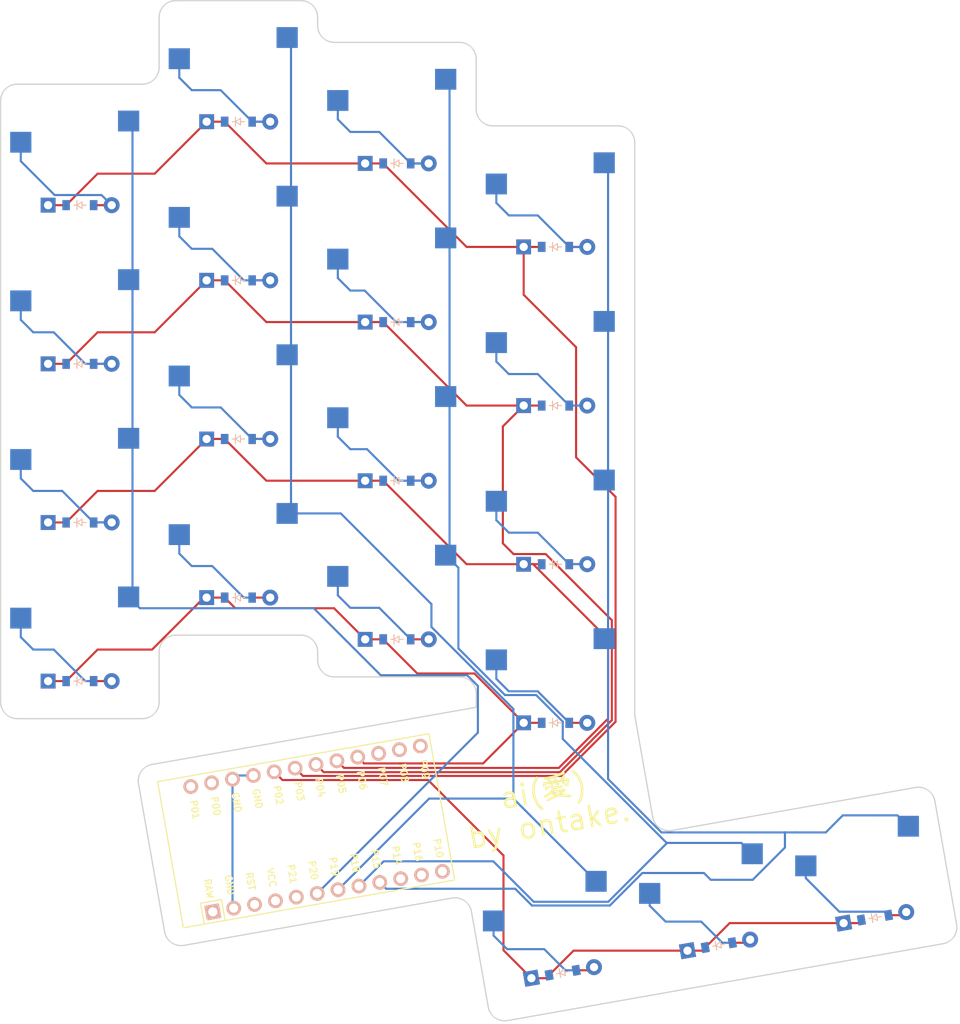
<source format=kicad_pcb>
(kicad_pcb (version 20211014) (generator pcbnew)
  (title_block (title "macropad") (rev "v1.0.0") (company "Unknown"))
  (layers (0 "F.Cu" signal) (31 "B.Cu" signal) (34 "B.Paste" user) (35 "F.Paste" user) (36 "B.SilkS" user "B.Silkscreen") (37 "F.SilkS" user "F.Silkscreen") (38 "B.Mask" user) (39 "F.Mask" user) (44 "Edge.Cuts" user))
  (net 0 "")
  (net 1 "c1_r1")
  (net 2 "P20")
  (net 3 "P6")
  (net 4 "c1_r2")
  (net 5 "P5")
  (net 6 "c1_r3")
  (net 7 "P4")
  (net 8 "c1_r4")
  (net 9 "P3")
  (net 10 "c2_r1")
  (net 11 "P19")
  (net 12 "c2_r2")
  (net 13 "c2_r3")
  (net 14 "c2_r4")
  (net 15 "c3_r1")
  (net 16 "P18")
  (net 17 "c3_r2")
  (net 18 "c3_r3")
  (net 19 "c3_r4")
  (net 20 "c4_r1")
  (net 21 "P15")
  (net 22 "c4_r2")
  (net 23 "c4_r3")
  (net 24 "c4_r4")
  (net 25 "c5_r5")
  (net 26 "P2")
  (net 27 "c6_r5")
  (net 28 "c7_r5")
  (net 29 "RAW")
  (net 30 "GND")
  (net 31 "RST")
  (net 32 "VCC")
  (net 33 "P21")
  (net 34 "P14")
  (net 35 "P16")
  (net 36 "P10")
  (net 37 "P1")
  (net 38 "P0")
  (net 39 "P7")
  (net 40 "P8")
  (net 41 "P9")
  (footprint "ProMicro" (layer "F.Cu") (at 99.50825 152.81 10)
    (fp_text reference "MCU1" hide)
    (fp_text value "" hide)
  )
  (footprint "MX" (layer "F.Cu") (at 90.13825 82.1)
    (fp_text reference "S7" hide)
    (fp_text value "" hide)
  )
  (footprint "ComboDiode" (layer "F.Cu") (at 71.13825 135.1)
    (fp_text reference "D1" hide)
    (fp_text value "" hide)
  )
  (footprint "MX" (layer "F.Cu") (at 71.13825 73.1)
    (fp_text reference "S4" hide)
    (fp_text value "" hide)
  )
  (footprint "MX" (layer "F.Cu") (at 71.13825 92.1)
    (fp_text reference "S3" hide)
    (fp_text value "" hide)
  )
  (footprint "MX" (layer "F.Cu") (at 90.13825 63.1)
    (fp_text reference "S8" hide)
    (fp_text value "" hide)
  )
  (footprint "ComboDiode" (layer "F.Cu") (at 128.13825 83.1)
    (fp_text reference "D16" hide)
    (fp_text value "" hide)
  )
  (footprint "ComboDiode" (layer "F.Cu") (at 109.13825 111.1)
    (fp_text reference "D10" hide)
    (fp_text value "" hide)
  )
  (footprint "ComboDiode" (layer "F.Cu") (at 90.13825 106.1)
    (fp_text reference "D6" hide)
    (fp_text value "" hide)
  )
  (footprint "MX" (layer "F.Cu") (at 128.13825 135.1)
    (fp_text reference "S13" hide)
    (fp_text value "" hide)
  )
  (footprint "ComboDiode" (layer "F.Cu") (at 90.13825 68.1)
    (fp_text reference "D8" hide)
    (fp_text value "" hide)
  )
  (footprint "MX" (layer "F.Cu") (at 90.13825 120.1)
    (fp_text reference "S5" hide)
    (fp_text value "" hide)
  )
  (footprint "ComboDiode" (layer "F.Cu") (at 90.13825 87.1)
    (fp_text reference "D7" hide)
    (fp_text value "" hide)
  )
  (footprint "ComboDiode" (layer "F.Cu") (at 166.429186 163.425408 10)
    (fp_text reference "D19" hide)
    (fp_text value "" hide)
  )
  (footprint "MX" (layer "F.Cu") (at 71.13825 111.1)
    (fp_text reference "S2" hide)
    (fp_text value "" hide)
  )
  (footprint "ComboDiode" (layer "F.Cu") (at 128.13825 102.1)
    (fp_text reference "D15" hide)
    (fp_text value "" hide)
  )
  (footprint "MX" (layer "F.Cu") (at 109.13825 125.1)
    (fp_text reference "S9" hide)
    (fp_text value "" hide)
  )
  (footprint "MX" (layer "F.Cu") (at 128.13825 165.1 10)
    (fp_text reference "S17" hide)
    (fp_text value "" hide)
  )
  (footprint "ComboDiode" (layer "F.Cu") (at 128.13825 121.1)
    (fp_text reference "D14" hide)
    (fp_text value "" hide)
  )
  (footprint "MX" (layer "F.Cu") (at 128.13825 116.1)
    (fp_text reference "S14" hide)
    (fp_text value "" hide)
  )
  (footprint "ComboDiode" (layer "F.Cu") (at 71.13825 78.1)
    (fp_text reference "D4" hide)
    (fp_text value "" hide)
  )
  (footprint "ComboDiode" (layer "F.Cu") (at 90.13825 125.1)
    (fp_text reference "D5" hide)
    (fp_text value "" hide)
  )
  (footprint "ComboDiode" (layer "F.Cu") (at 109.13825 73.1)
    (fp_text reference "D12" hide)
    (fp_text value "" hide)
  )
  (footprint "MX" (layer "F.Cu") (at 71.13825 130.1)
    (fp_text reference "S1" hide)
    (fp_text value "" hide)
  )
  (footprint "MX" (layer "F.Cu") (at 109.13825 68.1)
    (fp_text reference "S12" hide)
    (fp_text value "" hide)
  )
  (footprint "MX" (layer "F.Cu") (at 165.560945 158.501369 10)
    (fp_text reference "S19" hide)
    (fp_text value "" hide)
  )
  (footprint "ComboDiode" (layer "F.Cu") (at 129.006491 170.024039 10)
    (fp_text reference "D17" hide)
    (fp_text value "" hide)
  )
  (footprint "MX" (layer "F.Cu") (at 90.13825 101.1)
    (fp_text reference "S6" hide)
    (fp_text value "" hide)
  )
  (footprint "ComboDiode" (layer "F.Cu") (at 71.13825 97.1)
    (fp_text reference "D3" hide)
    (fp_text value "" hide)
  )
  (footprint "MX" (layer "F.Cu") (at 128.13825 97.1)
    (fp_text reference "S15" hide)
    (fp_text value "" hide)
  )
  (footprint "ComboDiode" (layer "F.Cu") (at 128.13825 140.1)
    (fp_text reference "D13" hide)
    (fp_text value "" hide)
  )
  (footprint "MX" (layer "F.Cu") (at 128.13825 78.1)
    (fp_text reference "S16" hide)
    (fp_text value "" hide)
  )
  (footprint "ComboDiode" (layer "F.Cu") (at 109.13825 92.1)
    (fp_text reference "D11" hide)
    (fp_text value "" hide)
  )
  (footprint "ComboDiode" (layer "F.Cu") (at 71.13825 116.1)
    (fp_text reference "D2" hide)
    (fp_text value "" hide)
  )
  (footprint "MX" (layer "F.Cu") (at 146.849597 161.800685 10)
    (fp_text reference "S18" hide)
    (fp_text value "" hide)
  )
  (footprint "ComboDiode" (layer "F.Cu") (at 109.13825 130.1)
    (fp_text reference "D9" hide)
    (fp_text value "" hide)
  )
  (footprint "MX" (layer "F.Cu") (at 109.13825 106.1)
    (fp_text reference "S10" hide)
    (fp_text value "" hide)
  )
  (footprint "ComboDiode" (layer "F.Cu") (at 147.717838 166.724723 10)
    (fp_text reference "D18" hide)
    (fp_text value "" hide)
  )
  (footprint "MX" (layer "F.Cu") (at 109.13825 87.1)
    (fp_text reference "S11" hide)
    (fp_text value "" hide)
  )
  (gr_arc (start 142.106799 152.990415) (mid 140.61235 152.659103) (end 139.789888 151.368096) (layer "Edge.Cuts") (width 0.15))
  (gr_line (start 157.854929 169.506701) (end 174.59666 166.554682) (layer "Edge.Cuts") (width 0.15))
  (gr_line (start 139.789888 151.368096) (end 137.668634 139.337872) (layer "Edge.Cuts") (width 0.15))
  (gr_line (start 63.63825 139.6) (end 78.63825 139.6) (layer "Edge.Cuts") (width 0.15))
  (gr_arc (start 122.40185 175.758034) (mid 120.907401 175.426723) (end 120.084938 174.135716) (layer "Edge.Cuts") (width 0.15))
  (gr_line (start 118.63825 136.6) (end 118.63825 138.236516) (layer "Edge.Cuts") (width 0.15))
  (gr_arc (start 120.63825 68.6) (mid 119.224036 68.014214) (end 118.63825 66.6) (layer "Edge.Cuts") (width 0.15))
  (gr_arc (start 101.63825 58.6) (mid 100.224036 58.014214) (end 99.63825 56.6) (layer "Edge.Cuts") (width 0.15))
  (gr_arc (start 80.63825 131.6) (mid 81.224036 130.185786) (end 82.63825 129.6) (layer "Edge.Cuts") (width 0.15))
  (gr_arc (start 116.63825 58.6) (mid 118.052464 59.185786) (end 118.63825 60.6) (layer "Edge.Cuts") (width 0.15))
  (gr_arc (start 61.63825 65.6) (mid 62.224036 64.185786) (end 63.63825 63.6) (layer "Edge.Cuts") (width 0.15))
  (gr_arc (start 171.297344 147.843334) (mid 172.791794 148.174645) (end 173.614257 149.465653) (layer "Edge.Cuts") (width 0.15))
  (gr_line (start 139.143581 172.806016) (end 157.854929 169.506701) (layer "Edge.Cuts") (width 0.15))
  (gr_arc (start 137.668634 139.337871) (mid 137.64586 139.164886) (end 137.63825 138.990575) (layer "Edge.Cuts") (width 0.15))
  (gr_line (start 118.069746 162.706997) (end 120.084938 174.135716) (layer "Edge.Cuts") (width 0.15))
  (gr_line (start 122.40185 175.758035) (end 139.143581 172.806016) (layer "Edge.Cuts") (width 0.15))
  (gr_arc (start 63.63825 139.6) (mid 62.224036 139.014214) (end 61.63825 137.6) (layer "Edge.Cuts") (width 0.15))
  (gr_line (start 154.555613 150.795353) (end 142.106799 152.990415) (layer "Edge.Cuts") (width 0.15))
  (gr_arc (start 116.63825 134.6) (mid 118.052464 135.185786) (end 118.63825 136.6) (layer "Edge.Cuts") (width 0.15))
  (gr_line (start 171.297345 147.843334) (end 154.555613 150.795353) (layer "Edge.Cuts") (width 0.15))
  (gr_line (start 78.165286 147.403845) (end 81.290954 165.130385) (layer "Edge.Cuts") (width 0.15))
  (gr_arc (start 176.21898 164.23777) (mid 175.887668 165.732219) (end 174.59666 166.554682) (layer "Edge.Cuts") (width 0.15))
  (gr_line (start 83.607866 166.752704) (end 115.752834 161.084678) (layer "Edge.Cuts") (width 0.15))
  (gr_line (start 116.63825 58.6) (end 101.63825 58.6) (layer "Edge.Cuts") (width 0.15))
  (gr_line (start 80.63825 137.6) (end 80.63825 131.6) (layer "Edge.Cuts") (width 0.15))
  (gr_line (start 99.63825 56.6) (end 99.63825 55.6) (layer "Edge.Cuts") (width 0.15))
  (gr_line (start 78.63825 63.6) (end 63.63825 63.6) (layer "Edge.Cuts") (width 0.15))
  (gr_line (start 101.63825 134.6) (end 116.63825 134.6) (layer "Edge.Cuts") (width 0.15))
  (gr_line (start 99.63825 131.6) (end 99.63825 132.6) (layer "Edge.Cuts") (width 0.15))
  (gr_arc (start 80.63825 55.6) (mid 81.224036 54.185786) (end 82.63825 53.6) (layer "Edge.Cuts") (width 0.15))
  (gr_line (start 61.63825 137.6) (end 61.63825 65.6) (layer "Edge.Cuts") (width 0.15))
  (gr_arc (start 101.63825 134.6) (mid 100.224036 134.014214) (end 99.63825 132.6) (layer "Edge.Cuts") (width 0.15))
  (gr_arc (start 97.63825 53.6) (mid 99.052464 54.185786) (end 99.63825 55.6) (layer "Edge.Cuts") (width 0.15))
  (gr_arc (start 80.63825 137.6) (mid 80.052464 139.014214) (end 78.63825 139.6) (layer "Edge.Cuts") (width 0.15))
  (gr_arc (start 135.63825 68.6) (mid 137.052464 69.185786) (end 137.63825 70.6) (layer "Edge.Cuts") (width 0.15))
  (gr_line (start 118.63825 138.236516) (end 79.787606 145.086933) (layer "Edge.Cuts") (width 0.15))
  (gr_line (start 137.63825 138.990575) (end 137.63825 70.6) (layer "Edge.Cuts") (width 0.15))
  (gr_arc (start 80.63825 61.6) (mid 80.052464 63.014214) (end 78.63825 63.6) (layer "Edge.Cuts") (width 0.15))
  (gr_line (start 118.63825 66.6) (end 118.63825 60.6) (layer "Edge.Cuts") (width 0.15))
  (gr_line (start 97.63825 53.6) (end 82.63825 53.6) (layer "Edge.Cuts") (width 0.15))
  (gr_arc (start 97.63825 129.6) (mid 99.052464 130.185786) (end 99.63825 131.6) (layer "Edge.Cuts") (width 0.15))
  (gr_line (start 135.63825 68.6) (end 120.63825 68.6) (layer "Edge.Cuts") (width 0.15))
  (gr_line (start 176.21898 164.23777) (end 173.614257 149.465653) (layer "Edge.Cuts") (width 0.15))
  (gr_line (start 82.63825 129.6) (end 97.63825 129.6) (layer "Edge.Cuts") (width 0.15))
  (gr_line (start 80.63825 55.6) (end 80.63825 61.6) (layer "Edge.Cuts") (width 0.15))
  (gr_arc (start 78.165286 147.403845) (mid 78.496598 145.909396) (end 79.787606 145.086933) (layer "Edge.Cuts") (width 0.15))
  (gr_arc (start 115.752834 161.084679) (mid 117.247283 161.41599) (end 118.069746 162.706997) (layer "Edge.Cuts") (width 0.15))
  (gr_arc (start 83.607866 166.752703) (mid 82.113417 166.421392) (end 81.290954 165.130385) (layer "Edge.Cuts") (width 0.15))
  (gr_text "ai(愛)\nby ontake." (at 127.03825 150.27 10) (layer "F.SilkS") (effects (font (size 2.5 2.5) (thickness 0.3))))
  (segment (start 72.78825 135.1) (end 74.94825 135.1) (width 0.25) (layer "F.Cu") (net 1))
  (segment (start 71.776084 135.1) (end 68.001505 131.325421) (width 0.25) (layer "B.Cu") (net 1))
  (segment (start 72.78825 135.1) (end 71.776084 135.1) (width 0.25) (layer "B.Cu") (net 1))
  (segment (start 65.550663 131.325421) (end 64.05325 129.828008) (width 0.25) (layer "B.Cu") (net 1))
  (segment (start 64.05325 129.828008) (end 64.05325 127.56) (width 0.25) (layer "B.Cu") (net 1))
  (segment (start 68.001505 131.325421) (end 65.550663 131.325421) (width 0.25) (layer "B.Cu") (net 1))
  (segment (start 77.443671 86.556579) (end 76.98025 87.02) (width 0.25) (layer "B.Cu") (net 2))
  (segment (start 107.201708 134.40048) (end 117.560964 134.40048) (width 0.25) (layer "B.Cu") (net 2))
  (segment (start 76.98025 68.02) (end 77.443671 68.483421) (width 0.25) (layer "B.Cu") (net 2))
  (segment (start 77.443671 105.556579) (end 76.98025 106.02) (width 0.25) (layer "B.Cu") (net 2))
  (segment (start 118.840149 135.679665) (end 118.840149 141.275362) (width 0.25) (layer "B.Cu") (net 2))
  (segment (start 99.178239 126.377011) (end 107.201708 134.40048) (width 0.25) (layer "B.Cu") (net 2))
  (segment (start 77.443671 68.483421) (end 77.443671 86.556579) (width 0.25) (layer "B.Cu") (net 2))
  (segment (start 76.98025 125.02) (end 78.337261 126.377011) (width 0.25) (layer "B.Cu") (net 2))
  (segment (start 77.443671 106.483421) (end 77.443671 124.556579) (width 0.25) (layer "B.Cu") (net 2))
  (segment (start 76.98025 87.02) (end 77.443671 87.483421) (width 0.25) (layer "B.Cu") (net 2))
  (segment (start 118.840149 141.275362) (end 99.580743 160.534768) (width 0.25) (layer "B.Cu") (net 2))
  (segment (start 76.98025 106.02) (end 77.443671 106.483421) (width 0.25) (layer "B.Cu") (net 2))
  (segment (start 117.560964 134.40048) (end 118.840149 135.679665) (width 0.25) (layer "B.Cu") (net 2))
  (segment (start 77.443671 124.556579) (end 76.98025 125.02) (width 0.25) (layer "B.Cu") (net 2))
  (segment (start 77.443671 87.483421) (end 77.443671 105.556579) (width 0.25) (layer "B.Cu") (net 2))
  (segment (start 78.337261 126.377011) (end 99.178239 126.377011) (width 0.25) (layer "B.Cu") (net 2))
  (segment (start 79.794579 131.325421) (end 86.02 125.1) (width 0.25) (layer "F.Cu") (net 3))
  (segment (start 119.465406 144.962844) (end 105.198325 144.962844) (width 0.25) (layer "F.Cu") (net 3))
  (segment (start 111.578185 134.189935) (end 118.418185 134.189935) (width 0.25) (layer "F.Cu") (net 3))
  (segment (start 86.02 125.1) (end 86.32825 125.1) (width 0.25) (layer "F.Cu") (net 3))
  (segment (start 88.48825 125.1) (end 89.765261 126.377011) (width 0.25) (layer "F.Cu") (net 3))
  (segment (start 89.765261 126.377011) (end 101.605261 126.377011) (width 0.25) (layer "F.Cu") (net 3))
  (segment (start 67.32825 135.1) (end 69.48825 135.1) (width 0.25) (layer "F.Cu") (net 3))
  (segment (start 69.48825 135.1) (end 73.262829 131.325421) (width 0.25) (layer "F.Cu") (net 3))
  (segment (start 101.605261 126.377011) (end 105.32825 130.1) (width 0.25) (layer "F.Cu") (net 3))
  (segment (start 124.32825 140.1) (end 119.465406 144.962844) (width 0.25) (layer "F.Cu") (net 3))
  (segment (start 86.32825 125.1) (end 88.48825 125.1) (width 0.25) (layer "F.Cu") (net 3))
  (segment (start 105.32825 130.1) (end 107.48825 130.1) (width 0.25) (layer "F.Cu") (net 3))
  (segment (start 107.48825 130.1) (end 111.578185 134.189935) (width 0.25) (layer "F.Cu") (net 3))
  (segment (start 73.262829 131.325421) (end 79.794579 131.325421) (width 0.25) (layer "F.Cu") (net 3))
  (segment (start 124.32825 140.1) (end 126.48825 140.1) (width 0.25) (layer "F.Cu") (net 3))
  (segment (start 105.198325 144.962844) (end 104.43858 144.203099) (width 0.25) (layer "F.Cu") (net 3))
  (segment (start 118.418185 134.189935) (end 124.32825 140.1) (width 0.25) (layer "F.Cu") (net 3))
  (segment (start 72.78825 116.1) (end 74.94825 116.1) (width 0.25) (layer "F.Cu") (net 4))
  (segment (start 74.94825 116.1) (end 72.788796 116.1) (width 0.25) (layer "B.Cu") (net 4))
  (segment (start 65.550663 112.325421) (end 64.05325 110.828008) (width 0.25) (layer "B.Cu") (net 4))
  (segment (start 72.788796 116.1) (end 69.014217 112.325421) (width 0.25) (layer "B.Cu") (net 4))
  (segment (start 64.05325 110.828008) (end 64.05325 108.56) (width 0.25) (layer "B.Cu") (net 4))
  (segment (start 69.014217 112.325421) (end 65.550663 112.325421) (width 0.25) (layer "B.Cu") (net 4))
  (segment (start 69.48825 116.1) (end 73.262829 112.325421) (width 0.25) (layer "F.Cu") (net 5))
  (segment (start 107.48825 111.1) (end 117.48825 121.1) (width 0.25) (layer "F.Cu") (net 5))
  (segment (start 128.54 145.5) (end 102.793003 145.5) (width 0.25) (layer "F.Cu") (net 5))
  (segment (start 93.48825 111.1) (end 105.32825 111.1) (width 0.25) (layer "F.Cu") (net 5))
  (segment (start 67.32825 116.1) (end 69.48825 116.1) (width 0.25) (layer "F.Cu") (net 5))
  (segment (start 124.32825 121.1) (end 125.46725 121.1) (width 0.25) (layer "F.Cu") (net 5))
  (segment (start 134.443671 130.076421) (end 134.443671 139.596329) (width 0.25) (layer "F.Cu") (net 5))
  (segment (start 124.32825 121.1) (end 126.48825 121.1) (width 0.25) (layer "F.Cu") (net 5))
  (segment (start 73.262829 112.325421) (end 80.102829 112.325421) (width 0.25) (layer "F.Cu") (net 5))
  (segment (start 86.32825 106.1) (end 88.48825 106.1) (width 0.25) (layer "F.Cu") (net 5))
  (segment (start 88.48825 106.1) (end 93.48825 111.1) (width 0.25) (layer "F.Cu") (net 5))
  (segment (start 117.48825 121.1) (end 124.32825 121.1) (width 0.25) (layer "F.Cu") (net 5))
  (segment (start 134.443671 139.596329) (end 128.54 145.5) (width 0.25) (layer "F.Cu") (net 5))
  (segment (start 102.793003 145.5) (end 101.937168 144.644165) (width 0.25) (layer "F.Cu") (net 5))
  (segment (start 80.102829 112.325421) (end 86.32825 106.1) (width 0.25) (layer "F.Cu") (net 5))
  (segment (start 125.46725 121.1) (end 134.443671 130.076421) (width 0.25) (layer "F.Cu") (net 5))
  (segment (start 105.32825 111.1) (end 107.48825 111.1) (width 0.25) (layer "F.Cu") (net 5))
  (segment (start 72.78825 97.1) (end 74.94825 97.1) (width 0.25) (layer "F.Cu") (net 6))
  (segment (start 74.94825 97.1) (end 71.776084 97.1) (width 0.25) (layer "B.Cu") (net 6))
  (segment (start 64.05325 91.828008) (end 64.05325 89.56) (width 0.25) (layer "B.Cu") (net 6))
  (segment (start 65.550663 93.325421) (end 64.05325 91.828008) (width 0.25) (layer "B.Cu") (net 6))
  (segment (start 68.001505 93.325421) (end 65.550663 93.325421) (width 0.25) (layer "B.Cu") (net 6))
  (segment (start 71.776084 97.1) (end 68.001505 93.325421) (width 0.25) (layer "B.Cu") (net 6))
  (segment (start 124.32825 102.1) (end 121.832829 104.595421) (width 0.25) (layer "F.Cu") (net 7))
  (segment (start 107.48825 92.1) (end 117.48825 102.1) (width 0.25) (layer "F.Cu") (net 7))
  (segment (start 117.48825 102.1) (end 124.32825 102.1) (width 0.25) (layer "F.Cu") (net 7))
  (segment (start 124.32825 102.1) (end 126.48825 102.1) (width 0.25) (layer "F.Cu") (net 7))
  (segment (start 121.832829 118.604579) (end 123.114739 119.886489) (width 0.25) (layer "F.Cu") (net 7))
  (segment (start 86.32825 87.1) (end 88.48825 87.1) (width 0.25) (layer "F.Cu") (net 7))
  (segment (start 73.262829 93.325421) (end 80.102829 93.325421) (width 0.25) (layer "F.Cu") (net 7))
  (segment (start 134.893191 139.782527) (end 128.665718 146.01) (width 0.25) (layer "F.Cu") (net 7))
  (segment (start 80.102829 93.325421) (end 86.32825 87.1) (width 0.25) (layer "F.Cu") (net 7))
  (segment (start 121.832829 104.595421) (end 121.832829 118.604579) (width 0.25) (layer "F.Cu") (net 7))
  (segment (start 105.32825 92.1) (end 107.48825 92.1) (width 0.25) (layer "F.Cu") (net 7))
  (segment (start 69.48825 97.1) (end 73.262829 93.325421) (width 0.25) (layer "F.Cu") (net 7))
  (segment (start 88.48825 87.1) (end 93.48825 92.1) (width 0.25) (layer "F.Cu") (net 7))
  (segment (start 67.32825 97.1) (end 69.48825 97.1) (width 0.25) (layer "F.Cu") (net 7))
  (segment (start 126.973761 119.886489) (end 134.893191 127.805919) (width 0.25) (layer "F.Cu") (net 7))
  (segment (start 134.893191 127.805919) (end 134.893191 139.782527) (width 0.25) (layer "F.Cu") (net 7))
  (segment (start 128.665718 146.01) (end 100.360525 146.01) (width 0.25) (layer "F.Cu") (net 7))
  (segment (start 100.360525 146.01) (end 99.435757 145.085232) (width 0.25) (layer "F.Cu") (net 7))
  (segment (start 93.48825 92.1) (end 105.32825 92.1) (width 0.25) (layer "F.Cu") (net 7))
  (segment (start 123.114739 119.886489) (end 126.973761 119.886489) (width 0.25) (layer "F.Cu") (net 7))
  (segment (start 72.78825 78.1) (end 74.94825 78.1) (width 0.25) (layer "F.Cu") (net 8))
  (segment (start 73.734739 76.886489) (end 68.111731 76.886489) (width 0.25) (layer "B.Cu") (net 8))
  (segment (start 74.94825 78.1) (end 73.734739 76.886489) (width 0.25) (layer "B.Cu") (net 8))
  (segment (start 68.111731 76.886489) (end 64.05325 72.828008) (width 0.25) (layer "B.Cu") (net 8))
  (segment (start 64.05325 72.828008) (end 64.05325 70.56) (width 0.25) (layer "B.Cu") (net 8))
  (segment (start 130.61 95.11) (end 130.61 108.300776) (width 0.25) (layer "F.Cu") (net 9))
  (segment (start 80.102829 74.325421) (end 86.32825 68.1) (width 0.25) (layer "F.Cu") (net 9))
  (segment (start 67.32825 78.1) (end 69.48825 78.1) (width 0.25) (layer "F.Cu") (net 9))
  (segment (start 93.48825 73.1) (end 105.32825 73.1) (width 0.25) (layer "F.Cu") (net 9))
  (segment (start 107.48825 73.1) (end 117.48825 83.1) (width 0.25) (layer "F.Cu") (net 9))
  (segment (start 69.48825 78.1) (end 73.262829 74.325421) (width 0.25) (layer "F.Cu") (net 9))
  (segment (start 88.48825 68.1) (end 93.48825 73.1) (width 0.25) (layer "F.Cu") (net 9))
  (segment (start 86.32825 68.1) (end 88.48825 68.1) (width 0.25) (layer "F.Cu") (net 9))
  (segment (start 117.48825 83.1) (end 124.32825 83.1) (width 0.25) (layer "F.Cu") (net 9))
  (segment (start 124.32825 83.1) (end 126.48825 83.1) (width 0.25) (layer "F.Cu") (net 9))
  (segment (start 73.262829 74.325421) (end 80.102829 74.325421) (width 0.25) (layer "F.Cu") (net 9))
  (segment (start 135.342711 139.968724) (end 128.851915 146.45952) (width 0.25) (layer "F.Cu") (net 9))
  (segment (start 97.867567 146.45952) (end 96.934345 145.526298) (width 0.25) (layer "F.Cu") (net 9))
  (segment (start 130.61 108.300776) (end 135.342711 113.033487) (width 0.25) (layer "F.Cu") (net 9))
  (segment (start 135.342711 113.033487) (end 135.342711 139.968724) (width 0.25) (layer "F.Cu") (net 9))
  (segment (start 128.851915 146.45952) (end 97.867567 146.45952) (width 0.25) (layer "F.Cu") (net 9))
  (segment (start 124.32825 83.1) (end 124.32825 88.82825) (width 0.25) (layer "F.Cu") (net 9))
  (segment (start 105.32825 73.1) (end 107.48825 73.1) (width 0.25) (layer "F.Cu") (net 9))
  (segment (start 124.32825 88.82825) (end 130.61 95.11) (width 0.25) (layer "F.Cu") (net 9))
  (segment (start 91.78825 125.1) (end 93.94825 125.1) (width 0.25) (layer "F.Cu") (net 10))
  (segment (start 87.001505 121.325421) (end 84.550663 121.325421) (width 0.25) (layer "B.Cu") (net 10))
  (segment (start 90.776084 125.1) (end 87.001505 121.325421) (width 0.25) (layer "B.Cu") (net 10))
  (segment (start 91.78825 125.1) (end 90.776084 125.1) (width 0.25) (layer "B.Cu") (net 10))
  (segment (start 83.05325 119.828008) (end 83.05325 117.56) (width 0.25) (layer "B.Cu") (net 10))
  (segment (start 84.550663 121.325421) (end 83.05325 119.828008) (width 0.25) (layer "B.Cu") (net 10))
  (segment (start 96.443671 114.556579) (end 95.98025 115.02) (width 0.25) (layer "B.Cu") (net 11))
  (segment (start 96.443671 58.483421) (end 96.443671 76.556579) (width 0.25) (layer "B.Cu") (net 11))
  (segment (start 95.98025 58.02) (end 96.443671 58.483421) (width 0.25) (layer "B.Cu") (net 11))
  (segment (start 113.272621 128.618404) (end 123.1 138.445783) (width 0.25) (layer "B.Cu") (net 11))
  (segment (start 96.443671 96.483421) (end 96.443671 114.556579) (width 0.25) (layer "B.Cu") (net 11))
  (segment (start 102.407704 115.02) (end 113.272621 125.884917) (width 0.25) (layer "B.Cu") (net 11))
  (segment (start 96.443671 76.556579) (end 95.98025 77.02) (width 0.25) (layer "B.Cu") (net 11))
  (segment (start 113.272621 125.884917) (end 113.272621 128.618404) (width 0.25) (layer "B.Cu") (net 11))
  (segment (start 95.98025 96.02) (end 96.443671 96.483421) (width 0.25) (layer "B.Cu") (net 11))
  (segment (start 113.002497 149.17336) (end 102.082155 160.093702) (width 0.25) (layer "B.Cu") (net 11))
  (segment (start 95.98025 77.02) (end 96.443671 77.483421) (width 0.25) (layer "B.Cu") (net 11))
  (segment (start 123.1 138.445783) (end 123.1 149.17336) (width 0.25) (layer "B.Cu") (net 11))
  (segment (start 95.98025 115.02) (end 102.407704 115.02) (width 0.25) (layer "B.Cu") (net 11))
  (segment (start 123.1 149.17336) (end 113.002497 149.17336) (width 0.25) (layer "B.Cu") (net 11))
  (segment (start 96.443671 95.556579) (end 95.98025 96.02) (width 0.25) (layer "B.Cu") (net 11))
  (segment (start 123.1 149.17336) (end 133.009364 159.082724) (width 0.25) (layer "B.Cu") (net 11))
  (segment (start 96.443671 77.483421) (end 96.443671 95.556579) (width 0.25) (layer "B.Cu") (net 11))
  (segment (start 91.78825 106.1) (end 93.94825 106.1) (width 0.25) (layer "F.Cu") (net 12))
  (segment (start 84.550663 102.325421) (end 83.05325 100.828008) (width 0.25) (layer "B.Cu") (net 12))
  (segment (start 91.788796 106.1) (end 88.014217 102.325421) (width 0.25) (layer "B.Cu") (net 12))
  (segment (start 88.014217 102.325421) (end 84.550663 102.325421) (width 0.25) (layer "B.Cu") (net 12))
  (segment (start 83.05325 100.828008) (end 83.05325 98.56) (width 0.25) (layer "B.Cu") (net 12))
  (segment (start 93.94825 106.1) (end 91.788796 106.1) (width 0.25) (layer "B.Cu") (net 12))
  (segment (start 91.78825 87.1) (end 93.94825 87.1) (width 0.25) (layer "F.Cu") (net 13))
  (segment (start 83.05325 81.828008) (end 83.05325 79.56) (width 0.25) (layer "B.Cu") (net 13))
  (segment (start 84.550663 83.325421) (end 83.05325 81.828008) (width 0.25) (layer "B.Cu") (net 13))
  (segment (start 90.776084 87.1) (end 87.001505 83.325421) (width 0.25) (layer "B.Cu") (net 13))
  (segment (start 93.94825 87.1) (end 90.776084 87.1) (width 0.25) (layer "B.Cu") (net 13))
  (segment (start 87.001505 83.325421) (end 84.550663 83.325421) (width 0.25) (layer "B.Cu") (net 13))
  (segment (start 91.78825 68.1) (end 93.94825 68.1) (width 0.25) (layer "F.Cu") (net 14))
  (segment (start 93.94825 68.1) (end 91.788796 68.1) (width 0.25) (layer "B.Cu") (net 14))
  (segment (start 88.014217 64.325421) (end 84.550663 64.325421) (width 0.25) (layer "B.Cu") (net 14))
  (segment (start 91.788796 68.1) (end 88.014217 64.325421) (width 0.25) (layer "B.Cu") (net 14))
  (segment (start 83.05325 62.828008) (end 83.05325 60.56) (width 0.25) (layer "B.Cu") (net 14))
  (segment (start 84.550663 64.325421) (end 83.05325 62.828008) (width 0.25) (layer "B.Cu") (net 14))
  (segment (start 110.78825 130.1) (end 112.94825 130.1) (width 0.25) (layer "F.Cu") (net 15))
  (segment (start 103.550663 126.325421) (end 102.05325 124.828008) (width 0.25) (layer "B.Cu") (net 15))
  (segment (start 107.013671 126.325421) (end 103.550663 126.325421) (width 0.25) (layer "B.Cu") (net 15))
  (segment (start 102.05325 124.828008) (end 102.05325 122.56) (width 0.25) (layer "B.Cu") (net 15))
  (segment (start 110.78825 130.1) (end 107.013671 126.325421) (width 0.25) (layer "B.Cu") (net 15))
  (segment (start 125.530631 161.530631) (end 120.687559 156.687559) (width 0.25) (layer "B.Cu") (net 16))
  (segment (start 115.443671 101.483421) (end 115.443671 119.556579) (width 0.25) (layer "B.Cu") (net 16))
  (segment (start 129.013739 142.031367) (end 141.464646 154.482274) (width 0.25) (layer "B.Cu") (net 16))
  (segment (start 115.443671 81.556579) (end 114.98025 82.02) (width 0.25) (layer "B.Cu") (net 16))
  (segment (start 115.443671 82.483421) (end 115.443671 100.556579) (width 0.25) (layer "B.Cu") (net 16))
  (segment (start 120.687559 156.687559) (end 107.548644 156.687559) (width 0.25) (layer "B.Cu") (net 16))
  (segment (start 141.464646 154.482274) (end 141.517726 154.482274) (width 0.25) (layer "B.Cu") (net 16))
  (segment (start 134.469369 161.530631) (end 125.530631 161.530631) (width 0.25) (layer "B.Cu") (net 16))
  (segment (start 115.443671 100.556579) (end 114.98025 101.02) (width 0.25) (layer "B.Cu") (net 16))
  (segment (start 129.013739 139.961207) (end 129.013739 142.031367) (width 0.25) (layer "B.Cu") (net 16))
  (segment (start 114.98025 101.02) (end 115.443671 101.483421) (width 0.25) (layer "B.Cu") (net 16))
  (segment (start 125.827473 136.774941) (end 129.013739 139.961207) (width 0.25) (layer "B.Cu") (net 16))
  (segment (start 116.50525 131.186022) (end 122.094169 136.774941) (width 0.25) (layer "B.Cu") (net 16))
  (segment (start 115.00525 120.02) (end 116.50525 121.52) (width 0.25) (layer "B.Cu") (net 16))
  (segment (start 122.094169 136.774941) (end 125.827473 136.774941) (width 0.25) (layer "B.Cu") (net 16))
  (segment (start 114.98025 120.02) (end 115.00525 120.02) (width 0.25) (layer "B.Cu") (net 16))
  (segment (start 107.548644 156.687559) (end 104.583567 159.652636) (width 0.25) (layer "B.Cu") (net 16))
  (segment (start 114.98025 63.02) (end 115.443671 63.483421) (width 0.25) (layer "B.Cu") (net 16))
  (segment (start 115.443671 119.556579) (end 114.98025 120.02) (width 0.25) (layer "B.Cu") (net 16))
  (segment (start 116.50525 121.52) (end 116.50525 131.186022) (width 0.25) (layer "B.Cu") (net 16))
  (segment (start 150.419576 154.482274) (end 151.720711 155.783409) (width 0.25) (layer "B.Cu") (net 16))
  (segment (start 141.517726 154.482274) (end 134.469369 161.530631) (width 0.25) (layer "B.Cu") (net 16))
  (segment (start 114.98025 82.02) (end 115.443671 82.483421) (width 0.25) (layer "B.Cu") (net 16))
  (segment (start 115.443671 63.483421) (end 115.443671 81.556579) (width 0.25) (layer "B.Cu") (net 16))
  (segment (start 141.517726 154.482274) (end 150.419576 154.482274) (width 0.25) (layer "B.Cu") (net 16))
  (segment (start 110.78825 111.1) (end 112.94825 111.1) (width 0.25) (layer "F.Cu") (net 17))
  (segment (start 102.05325 105.828008) (end 102.05325 103.56) (width 0.25) (layer "B.Cu") (net 17))
  (segment (start 112.94825 111.1) (end 109.33 111.1) (width 0.25) (layer "B.Cu") (net 17))
  (segment (start 103.550663 107.325421) (end 102.05325 105.828008) (width 0.25) (layer "B.Cu") (net 17))
  (segment (start 109.33 111.1) (end 105.555421 107.325421) (width 0.25) (layer "B.Cu") (net 17))
  (segment (start 105.555421 107.325421) (end 103.550663 107.325421) (width 0.25) (layer "B.Cu") (net 17))
  (segment (start 110.78825 92.1) (end 112.94825 92.1) (width 0.25) (layer "F.Cu") (net 18))
  (segment (start 105.265421 88.325421) (end 103.550663 88.325421) (width 0.25) (layer "B.Cu") (net 18))
  (segment (start 103.550663 88.325421) (end 102.05325 86.828008) (width 0.25) (layer "B.Cu") (net 18))
  (segment (start 102.05325 86.828008) (end 102.05325 84.56) (width 0.25) (layer "B.Cu") (net 18))
  (segment (start 109.04 92.1) (end 105.265421 88.325421) (width 0.25) (layer "B.Cu") (net 18))
  (segment (start 112.94825 92.1) (end 109.04 92.1) (width 0.25) (layer "B.Cu") (net 18))
  (segment (start 110.78825 73.1) (end 112.94825 73.1) (width 0.25) (layer "F.Cu") (net 19))
  (segment (start 103.550663 69.325421) (end 102.05325 67.828008) (width 0.25) (layer "B.Cu") (net 19))
  (segment (start 110.788796 73.1) (end 107.014217 69.325421) (width 0.25) (layer "B.Cu") (net 19))
  (segment (start 107.014217 69.325421) (end 103.550663 69.325421) (width 0.25) (layer "B.Cu") (net 19))
  (segment (start 112.94825 73.1) (end 110.788796 73.1) (width 0.25) (layer "B.Cu") (net 19))
  (segment (start 102.05325 67.828008) (end 102.05325 65.56) (width 0.25) (layer "B.Cu") (net 19))
  (segment (start 129.78825 140.1) (end 131.94825 140.1) (width 0.25) (layer "F.Cu") (net 20))
  (segment (start 121.05325 134.828008) (end 121.05325 132.56) (width 0.25) (layer "B.Cu") (net 20))
  (segment (start 122.550663 136.325421) (end 121.05325 134.828008) (width 0.25) (layer "B.Cu") (net 20))
  (segment (start 129.78825 140.1) (end 126.013671 136.325421) (width 0.25) (layer "B.Cu") (net 20))
  (segment (start 126.013671 136.325421) (end 122.550663 136.325421) (width 0.25) (layer "B.Cu") (net 20))
  (segment (start 134.443671 129.556579) (end 133.98025 130.02) (width 0.25) (layer "B.Cu") (net 21))
  (segment (start 134.443671 110.556579) (end 133.98025 111.02) (width 0.25) (layer "B.Cu") (net 21))
  (segment (start 134.443671 73.483421) (end 134.443671 91.556579) (width 0.25) (layer "B.Cu") (net 21))
  (segment (start 162.577042 151.182958) (end 169.130924 151.182958) (width 0.25) (layer "B.Cu") (net 21))
  (segment (start 155.64322 153.22678) (end 155.64322 155.034922) (width 0.25) (layer "B.Cu") (net 21))
  (segment (start 133.98025 92.02) (end 134.443671 92.483421) (width 0.25) (layer "B.Cu") (net 21))
  (segment (start 134.443671 130.483421) (end 134.443671 146.825581) (width 0.25) (layer "B.Cu") (net 21))
  (segment (start 156.94322 153.22678) (end 160.53322 153.22678) (width 0.25) (layer "B.Cu") (net 21))
  (segment (start 133.98025 111.02) (end 134.443671 111.483421) (width 0.25) (layer "B.Cu") (net 21))
  (segment (start 133.98025 73.02) (end 134.443671 73.483421) (width 0.25) (layer "B.Cu") (net 21))
  (segment (start 134.443671 111.483421) (end 134.443671 129.556579) (width 0.25) (layer "B.Cu") (net 21))
  (segment (start 151.778142 158.9) (end 146.75 158.9) (width 0.25) (layer "B.Cu") (net 21))
  (segment (start 138.549366 158.086352) (end 134.655566 161.980151) (width 0.25) (layer "B.Cu") (net 21))
  (segment (start 107.844723 159.971314) (end 107.084978 159.211569) (width 0.25) (layer "B.Cu") (net 21))
  (segment (start 125.316003 161.980151) (end 123.307166 159.971314) (width 0.25) (layer "B.Cu") (net 21))
  (segment (start 133.98025 130.02) (end 134.443671 130.483421) (width 0.25) (layer "B.Cu") (net 21))
  (segment (start 145.936352 158.086352) (end 138.549366 158.086352) (width 0.25) (layer "B.Cu") (net 21))
  (segment (start 146.75 158.9) (end 145.936352 158.086352) (width 0.25) (layer "B.Cu") (net 21))
  (segment (start 134.443671 91.556579) (end 133.98025 92.02) (width 0.25) (layer "B.Cu") (net 21))
  (segment (start 160.53322 153.22678) (end 162.577042 151.182958) (width 0.25) (layer "B.Cu") (net 21))
  (segment (start 155.64322 155.034922) (end 151.778142 158.9) (width 0.25) (layer "B.Cu") (net 21))
  (segment (start 155.64322 153.22678) (end 156.94322 153.22678) (width 0.25) (layer "B.Cu") (net 21))
  (segment (start 134.443671 146.825581) (end 140.84487 153.22678) (width 0.25) (layer "B.Cu") (net 21))
  (segment (start 169.130924 151.182958) (end 170.432059 152.484093) (width 0.25) (layer "B.Cu") (net 21))
  (segment (start 134.443671 92.483421) (end 134.443671 110.556579) (width 0.25) (layer "B.Cu") (net 21))
  (segment (start 140.84487 153.22678) (end 155.64322 153.22678) (width 0.25) (layer "B.Cu") (net 21))
  (segment (start 134.655566 161.980151) (end 125.316003 161.980151) (width 0.25) (layer "B.Cu") (net 21))
  (segment (start 123.307166 159.971314) (end 107.844723 159.971314) (width 0.25) (layer "B.Cu") (net 21))
  (segment (start 129.78825 121.1) (end 131.94825 121.1) (width 0.25) (layer "F.Cu") (net 22))
  (segment (start 121.05325 115.828008) (end 121.05325 113.56) (width 0.25) (layer "B.Cu") (net 22))
  (segment (start 129.788796 121.1) (end 126.014217 117.325421) (width 0.25) (layer "B.Cu") (net 22))
  (segment (start 131.94825 121.1) (end 129.788796 121.1) (width 0.25) (layer "B.Cu") (net 22))
  (segment (start 122.550663 117.325421) (end 121.05325 115.828008) (width 0.25) (layer "B.Cu") (net 22))
  (segment (start 126.014217 117.325421) (end 122.550663 117.325421) (width 0.25) (layer "B.Cu") (net 22))
  (segment (start 131.94825 102.1) (end 129.788796 102.1) (width 0.25) (layer "B.Cu") (net 23))
  (segment (start 122.550663 98.325421) (end 121.05325 96.828008) (width 0.25) (layer "B.Cu") (net 23))
  (segment (start 129.788796 102.1) (end 126.014217 98.325421) (width 0.25) (layer "B.Cu") (net 23))
  (segment (start 121.05325 96.828008) (end 121.05325 94.56) (width 0.25) (layer "B.Cu") (net 23))
  (segment (start 126.014217 98.325421) (end 122.550663 98.325421) (width 0.25) (layer "B.Cu") (net 23))
  (segment (start 129.78825 83.1) (end 131.94825 83.1) (width 0.25) (layer "F.Cu") (net 24))
  (segment (start 121.05325 77.828008) (end 121.05325 75.56) (width 0.25) (layer "B.Cu") (net 24))
  (segment (start 126.014217 79.325421) (end 122.550663 79.325421) (width 0.25) (layer "B.Cu") (net 24))
  (segment (start 122.550663 79.325421) (end 121.05325 77.828008) (width 0.25) (layer "B.Cu") (net 24))
  (segment (start 131.94825 83.1) (end 129.788796 83.1) (width 0.25) (layer "B.Cu") (net 24))
  (segment (start 129.788796 83.1) (end 126.014217 79.325421) (width 0.25) (layer "B.Cu") (net 24))
  (segment (start 132.383528 169.73752) (end 132.758609 169.362439) (width 0.25) (layer "F.Cu") (net 25))
  (segment (start 130.631424 169.73752) (end 132.383528 169.73752) (width 0.25) (layer "F.Cu") (net 25))
  (segment (start 129.32433 169.73752) (end 126.794364 167.207554) (width 0.25) (layer "B.Cu") (net 25))
  (segment (start 130.631424 169.73752) (end 129.32433 169.73752) (width 0.25) (layer "B.Cu") (net 25))
  (segment (start 122.347554 167.207554) (end 120.719821 165.579821) (width 0.25) (layer "B.Cu") (net 25))
  (segment (start 120.719821 165.579821) (end 120.719821 163.828886) (width 0.25) (layer "B.Cu") (net 25))
  (segment (start 126.794364 167.207554) (end 122.347554 167.207554) (width 0.25) (layer "B.Cu") (net 25))
  (segment (start 112.87 146.95) (end 95.415569 146.95) (width 0.25) (layer "F.Cu") (net 26))
  (segment (start 121.910006 167.341272) (end 121.910006 155.990006) (width 0.25) (layer "F.Cu") (net 26))
  (segment (start 130.305793 167.386323) (end 143.96572 167.386323) (width 0.25) (layer "F.Cu") (net 26))
  (segment (start 145.717824 167.386323) (end 146.092905 167.011242) (width 0.25) (layer "F.Cu") (net 26))
  (segment (start 164.429172 164.087008) (end 164.804253 163.711927) (width 0.25) (layer "F.Cu") (net 26))
  (segment (start 149.017139 164.087008) (end 162.677068 164.087008) (width 0.25) (layer "F.Cu") (net 26))
  (segment (start 125.254373 170.685639) (end 121.910006 167.341272) (width 0.25) (layer "F.Cu") (net 26))
  (segment (start 127.006477 170.685639) (end 127.381558 170.310558) (width 0.25) (layer "F.Cu") (net 26))
  (segment (start 95.415569 146.95) (end 94.432933 145.967364) (width 0.25) (layer "F.Cu") (net 26))
  (segment (start 146.092905 167.011242) (end 149.017139 164.087008) (width 0.25) (layer "F.Cu") (net 26))
  (segment (start 162.677068 164.087008) (end 164.429172 164.087008) (width 0.25) (layer "F.Cu") (net 26))
  (segment (start 121.910006 155.990006) (end 112.87 146.95) (width 0.25) (layer "F.Cu") (net 26))
  (segment (start 125.254373 170.685639) (end 127.006477 170.685639) (width 0.25) (layer "F.Cu") (net 26))
  (segment (start 127.381558 170.310558) (end 130.305793 167.386323) (width 0.25) (layer "F.Cu") (net 26))
  (segment (start 143.96572 167.386323) (end 145.717824 167.386323) (width 0.25) (layer "F.Cu") (net 26))
  (segment (start 151.094875 166.438204) (end 151.469956 166.063123) (width 0.25) (layer "F.Cu") (net 27))
  (segment (start 149.342771 166.438204) (end 151.094875 166.438204) (width 0.25) (layer "F.Cu") (net 27))
  (segment (start 148.137662 166.438204) (end 145.607697 163.908239) (width 0.25) (layer "B.Cu") (net 27))
  (segment (start 139.431168 162.00022) (end 139.431168 160.529571) (width 0.25) (layer "B.Cu") (net 27))
  (segment (start 141.339187 163.908239) (end 139.431168 162.00022) (width 0.25) (layer "B.Cu") (net 27))
  (segment (start 149.342771 166.438204) (end 148.137662 166.438204) (width 0.25) (layer "B.Cu") (net 27))
  (segment (start 145.607697 163.908239) (end 141.339187 163.908239) (width 0.25) (layer "B.Cu") (net 27))
  (segment (start 169.806223 163.138889) (end 170.181304 162.763808) (width 0.25) (layer "F.Cu") (net 28))
  (segment (start 168.054119 163.138889) (end 169.806223 163.138889) (width 0.25) (layer "F.Cu") (net 28))
  (segment (start 158.142516 158.700904) (end 158.142516 157.230255) (width 0.25) (layer "B.Cu") (net 28))
  (segment (start 168.054119 163.138889) (end 167.633611 162.718381) (width 0.25) (layer "B.Cu") (net 28))
  (segment (start 167.633611 162.718381) (end 162.159993 162.718381) (width 0.25) (layer "B.Cu") (net 28))
  (segment (start 162.159993 162.718381) (end 158.142516 158.700904) (width 0.25) (layer "B.Cu") (net 28))
  (segment (start 89.43011 146.849497) (end 89.43011 162.154048) (width 0.25) (layer "B.Cu") (net 30))
  (segment (start 91.931522 146.408431) (end 89.871176 146.408431) (width 0.25) (layer "B.Cu") (net 30))
  (segment (start 89.43011 162.154048) (end 89.575096 162.299034) (width 0.25) (layer "B.Cu") (net 30))
  (segment (start 89.871176 146.408431) (end 89.43011 146.849497) (width 0.25) (layer "B.Cu") (net 30))
)
</source>
